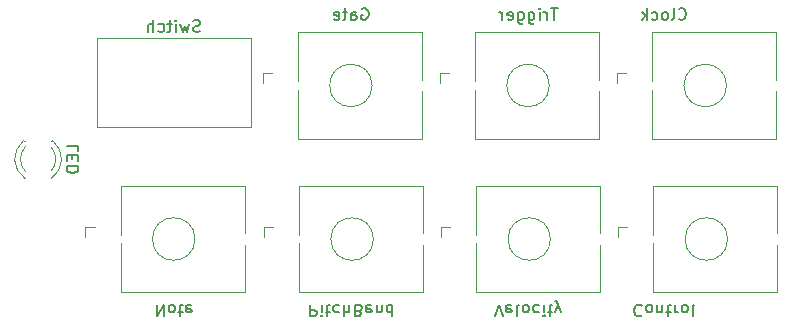
<source format=gbr>
G04 #@! TF.GenerationSoftware,KiCad,Pcbnew,(5.1.4)-1*
G04 #@! TF.CreationDate,2020-09-19T19:50:50+08:00*
G04 #@! TF.ProjectId,Rev2_Panel1,52657632-5f50-4616-9e65-6c312e6b6963,rev?*
G04 #@! TF.SameCoordinates,Original*
G04 #@! TF.FileFunction,Legend,Bot*
G04 #@! TF.FilePolarity,Positive*
%FSLAX46Y46*%
G04 Gerber Fmt 4.6, Leading zero omitted, Abs format (unit mm)*
G04 Created by KiCad (PCBNEW (5.1.4)-1) date 2020-09-19 19:50:50*
%MOMM*%
%LPD*%
G04 APERTURE LIST*
%ADD10C,0.120000*%
%ADD11C,0.150000*%
G04 APERTURE END LIST*
D10*
X158600000Y-88440000D02*
X158600000Y-89300000D01*
X158600000Y-88440000D02*
X159400000Y-88440000D01*
X167880000Y-89500000D02*
G75*
G03X167880000Y-89500000I-1800000J0D01*
G01*
X161580000Y-89150000D02*
X161580000Y-85000000D01*
X161580000Y-94000000D02*
X161580000Y-89850000D01*
X172080000Y-89000000D02*
X172080000Y-85000000D01*
X172080000Y-94000000D02*
X172080000Y-90000000D01*
X161580000Y-94000000D02*
X172080000Y-94000000D01*
X161580000Y-85000000D02*
X172080000Y-85000000D01*
X173500000Y-75440000D02*
X173500000Y-76300000D01*
X173500000Y-75440000D02*
X174300000Y-75440000D01*
X182780000Y-76500000D02*
G75*
G03X182780000Y-76500000I-1800000J0D01*
G01*
X176480000Y-76150000D02*
X176480000Y-72000000D01*
X176480000Y-81000000D02*
X176480000Y-76850000D01*
X186980000Y-76000000D02*
X186980000Y-72000000D01*
X186980000Y-81000000D02*
X186980000Y-77000000D01*
X176480000Y-81000000D02*
X186980000Y-81000000D01*
X176480000Y-72000000D02*
X186980000Y-72000000D01*
X143600000Y-88440000D02*
X143600000Y-89300000D01*
X143600000Y-88440000D02*
X144400000Y-88440000D01*
X152880000Y-89500000D02*
G75*
G03X152880000Y-89500000I-1800000J0D01*
G01*
X146580000Y-89150000D02*
X146580000Y-85000000D01*
X146580000Y-94000000D02*
X146580000Y-89850000D01*
X157080000Y-89000000D02*
X157080000Y-85000000D01*
X157080000Y-94000000D02*
X157080000Y-90000000D01*
X146580000Y-94000000D02*
X157080000Y-94000000D01*
X146580000Y-85000000D02*
X157080000Y-85000000D01*
X142500000Y-80000000D02*
X142500000Y-72500000D01*
X129500000Y-80000000D02*
X142500000Y-80000000D01*
X129500000Y-72500000D02*
X129500000Y-80000000D01*
X142500000Y-72500000D02*
X129500000Y-72500000D01*
X158500000Y-75440000D02*
X158500000Y-76300000D01*
X158500000Y-75440000D02*
X159300000Y-75440000D01*
X167780000Y-76500000D02*
G75*
G03X167780000Y-76500000I-1800000J0D01*
G01*
X161480000Y-76150000D02*
X161480000Y-72000000D01*
X161480000Y-81000000D02*
X161480000Y-76850000D01*
X171980000Y-76000000D02*
X171980000Y-72000000D01*
X171980000Y-81000000D02*
X171980000Y-77000000D01*
X161480000Y-81000000D02*
X171980000Y-81000000D01*
X161480000Y-72000000D02*
X171980000Y-72000000D01*
X143500000Y-75440000D02*
X143500000Y-76300000D01*
X143500000Y-75440000D02*
X144300000Y-75440000D01*
X152780000Y-76500000D02*
G75*
G03X152780000Y-76500000I-1800000J0D01*
G01*
X146480000Y-76150000D02*
X146480000Y-72000000D01*
X146480000Y-81000000D02*
X146480000Y-76850000D01*
X156980000Y-76000000D02*
X156980000Y-72000000D01*
X156980000Y-81000000D02*
X156980000Y-77000000D01*
X146480000Y-81000000D02*
X156980000Y-81000000D01*
X146480000Y-72000000D02*
X156980000Y-72000000D01*
X128500000Y-88440000D02*
X128500000Y-89300000D01*
X128500000Y-88440000D02*
X129300000Y-88440000D01*
X137780000Y-89500000D02*
G75*
G03X137780000Y-89500000I-1800000J0D01*
G01*
X131480000Y-89150000D02*
X131480000Y-85000000D01*
X131480000Y-94000000D02*
X131480000Y-89850000D01*
X141980000Y-89000000D02*
X141980000Y-85000000D01*
X141980000Y-94000000D02*
X141980000Y-90000000D01*
X131480000Y-94000000D02*
X141980000Y-94000000D01*
X131480000Y-85000000D02*
X141980000Y-85000000D01*
X125580000Y-81170000D02*
X125736000Y-81170000D01*
X123264000Y-81170000D02*
X123420000Y-81170000D01*
X125579837Y-83771130D02*
G75*
G03X125580000Y-81689039I-1079837J1041130D01*
G01*
X123420163Y-83771130D02*
G75*
G02X123420000Y-81689039I1079837J1041130D01*
G01*
X125578608Y-84402335D02*
G75*
G03X125735516Y-81170000I-1078608J1672335D01*
G01*
X123421392Y-84402335D02*
G75*
G02X123264484Y-81170000I1078608J1672335D01*
G01*
X173600000Y-88440000D02*
X173600000Y-89300000D01*
X173600000Y-88440000D02*
X174400000Y-88440000D01*
X182880000Y-89500000D02*
G75*
G03X182880000Y-89500000I-1800000J0D01*
G01*
X176580000Y-89150000D02*
X176580000Y-85000000D01*
X176580000Y-94000000D02*
X176580000Y-89850000D01*
X187080000Y-89000000D02*
X187080000Y-85000000D01*
X187080000Y-94000000D02*
X187080000Y-90000000D01*
X176580000Y-94000000D02*
X187080000Y-94000000D01*
X176580000Y-85000000D02*
X187080000Y-85000000D01*
D11*
X163190476Y-96047619D02*
X163523809Y-95047619D01*
X163857142Y-96047619D01*
X164571428Y-95095238D02*
X164476190Y-95047619D01*
X164285714Y-95047619D01*
X164190476Y-95095238D01*
X164142857Y-95190476D01*
X164142857Y-95571428D01*
X164190476Y-95666666D01*
X164285714Y-95714285D01*
X164476190Y-95714285D01*
X164571428Y-95666666D01*
X164619047Y-95571428D01*
X164619047Y-95476190D01*
X164142857Y-95380952D01*
X165190476Y-95047619D02*
X165095238Y-95095238D01*
X165047619Y-95190476D01*
X165047619Y-96047619D01*
X165714285Y-95047619D02*
X165619047Y-95095238D01*
X165571428Y-95142857D01*
X165523809Y-95238095D01*
X165523809Y-95523809D01*
X165571428Y-95619047D01*
X165619047Y-95666666D01*
X165714285Y-95714285D01*
X165857142Y-95714285D01*
X165952380Y-95666666D01*
X166000000Y-95619047D01*
X166047619Y-95523809D01*
X166047619Y-95238095D01*
X166000000Y-95142857D01*
X165952380Y-95095238D01*
X165857142Y-95047619D01*
X165714285Y-95047619D01*
X166904761Y-95095238D02*
X166809523Y-95047619D01*
X166619047Y-95047619D01*
X166523809Y-95095238D01*
X166476190Y-95142857D01*
X166428571Y-95238095D01*
X166428571Y-95523809D01*
X166476190Y-95619047D01*
X166523809Y-95666666D01*
X166619047Y-95714285D01*
X166809523Y-95714285D01*
X166904761Y-95666666D01*
X167333333Y-95047619D02*
X167333333Y-95714285D01*
X167333333Y-96047619D02*
X167285714Y-96000000D01*
X167333333Y-95952380D01*
X167380952Y-96000000D01*
X167333333Y-96047619D01*
X167333333Y-95952380D01*
X167666666Y-95714285D02*
X168047619Y-95714285D01*
X167809523Y-96047619D02*
X167809523Y-95190476D01*
X167857142Y-95095238D01*
X167952380Y-95047619D01*
X168047619Y-95047619D01*
X168285714Y-95714285D02*
X168523809Y-95047619D01*
X168761904Y-95714285D02*
X168523809Y-95047619D01*
X168428571Y-94809523D01*
X168380952Y-94761904D01*
X168285714Y-94714285D01*
X178738095Y-70857142D02*
X178785714Y-70904761D01*
X178928571Y-70952380D01*
X179023809Y-70952380D01*
X179166666Y-70904761D01*
X179261904Y-70809523D01*
X179309523Y-70714285D01*
X179357142Y-70523809D01*
X179357142Y-70380952D01*
X179309523Y-70190476D01*
X179261904Y-70095238D01*
X179166666Y-70000000D01*
X179023809Y-69952380D01*
X178928571Y-69952380D01*
X178785714Y-70000000D01*
X178738095Y-70047619D01*
X178166666Y-70952380D02*
X178261904Y-70904761D01*
X178309523Y-70809523D01*
X178309523Y-69952380D01*
X177642857Y-70952380D02*
X177738095Y-70904761D01*
X177785714Y-70857142D01*
X177833333Y-70761904D01*
X177833333Y-70476190D01*
X177785714Y-70380952D01*
X177738095Y-70333333D01*
X177642857Y-70285714D01*
X177500000Y-70285714D01*
X177404761Y-70333333D01*
X177357142Y-70380952D01*
X177309523Y-70476190D01*
X177309523Y-70761904D01*
X177357142Y-70857142D01*
X177404761Y-70904761D01*
X177500000Y-70952380D01*
X177642857Y-70952380D01*
X176452380Y-70904761D02*
X176547619Y-70952380D01*
X176738095Y-70952380D01*
X176833333Y-70904761D01*
X176880952Y-70857142D01*
X176928571Y-70761904D01*
X176928571Y-70476190D01*
X176880952Y-70380952D01*
X176833333Y-70333333D01*
X176738095Y-70285714D01*
X176547619Y-70285714D01*
X176452380Y-70333333D01*
X176023809Y-70952380D02*
X176023809Y-69952380D01*
X175928571Y-70571428D02*
X175642857Y-70952380D01*
X175642857Y-70285714D02*
X176023809Y-70666666D01*
X147500000Y-95047619D02*
X147500000Y-96047619D01*
X147880952Y-96047619D01*
X147976190Y-96000000D01*
X148023809Y-95952380D01*
X148071428Y-95857142D01*
X148071428Y-95714285D01*
X148023809Y-95619047D01*
X147976190Y-95571428D01*
X147880952Y-95523809D01*
X147500000Y-95523809D01*
X148500000Y-95047619D02*
X148500000Y-95714285D01*
X148500000Y-96047619D02*
X148452380Y-96000000D01*
X148500000Y-95952380D01*
X148547619Y-96000000D01*
X148500000Y-96047619D01*
X148500000Y-95952380D01*
X148833333Y-95714285D02*
X149214285Y-95714285D01*
X148976190Y-96047619D02*
X148976190Y-95190476D01*
X149023809Y-95095238D01*
X149119047Y-95047619D01*
X149214285Y-95047619D01*
X149976190Y-95095238D02*
X149880952Y-95047619D01*
X149690476Y-95047619D01*
X149595238Y-95095238D01*
X149547619Y-95142857D01*
X149500000Y-95238095D01*
X149500000Y-95523809D01*
X149547619Y-95619047D01*
X149595238Y-95666666D01*
X149690476Y-95714285D01*
X149880952Y-95714285D01*
X149976190Y-95666666D01*
X150404761Y-95047619D02*
X150404761Y-96047619D01*
X150833333Y-95047619D02*
X150833333Y-95571428D01*
X150785714Y-95666666D01*
X150690476Y-95714285D01*
X150547619Y-95714285D01*
X150452380Y-95666666D01*
X150404761Y-95619047D01*
X151642857Y-95571428D02*
X151785714Y-95523809D01*
X151833333Y-95476190D01*
X151880952Y-95380952D01*
X151880952Y-95238095D01*
X151833333Y-95142857D01*
X151785714Y-95095238D01*
X151690476Y-95047619D01*
X151309523Y-95047619D01*
X151309523Y-96047619D01*
X151642857Y-96047619D01*
X151738095Y-96000000D01*
X151785714Y-95952380D01*
X151833333Y-95857142D01*
X151833333Y-95761904D01*
X151785714Y-95666666D01*
X151738095Y-95619047D01*
X151642857Y-95571428D01*
X151309523Y-95571428D01*
X152690476Y-95095238D02*
X152595238Y-95047619D01*
X152404761Y-95047619D01*
X152309523Y-95095238D01*
X152261904Y-95190476D01*
X152261904Y-95571428D01*
X152309523Y-95666666D01*
X152404761Y-95714285D01*
X152595238Y-95714285D01*
X152690476Y-95666666D01*
X152738095Y-95571428D01*
X152738095Y-95476190D01*
X152261904Y-95380952D01*
X153166666Y-95714285D02*
X153166666Y-95047619D01*
X153166666Y-95619047D02*
X153214285Y-95666666D01*
X153309523Y-95714285D01*
X153452380Y-95714285D01*
X153547619Y-95666666D01*
X153595238Y-95571428D01*
X153595238Y-95047619D01*
X154500000Y-95047619D02*
X154500000Y-96047619D01*
X154500000Y-95095238D02*
X154404761Y-95047619D01*
X154214285Y-95047619D01*
X154119047Y-95095238D01*
X154071428Y-95142857D01*
X154023809Y-95238095D01*
X154023809Y-95523809D01*
X154071428Y-95619047D01*
X154119047Y-95666666D01*
X154214285Y-95714285D01*
X154404761Y-95714285D01*
X154500000Y-95666666D01*
X138214285Y-71904761D02*
X138071428Y-71952380D01*
X137833333Y-71952380D01*
X137738095Y-71904761D01*
X137690476Y-71857142D01*
X137642857Y-71761904D01*
X137642857Y-71666666D01*
X137690476Y-71571428D01*
X137738095Y-71523809D01*
X137833333Y-71476190D01*
X138023809Y-71428571D01*
X138119047Y-71380952D01*
X138166666Y-71333333D01*
X138214285Y-71238095D01*
X138214285Y-71142857D01*
X138166666Y-71047619D01*
X138119047Y-71000000D01*
X138023809Y-70952380D01*
X137785714Y-70952380D01*
X137642857Y-71000000D01*
X137309523Y-71285714D02*
X137119047Y-71952380D01*
X136928571Y-71476190D01*
X136738095Y-71952380D01*
X136547619Y-71285714D01*
X136166666Y-71952380D02*
X136166666Y-71285714D01*
X136166666Y-70952380D02*
X136214285Y-71000000D01*
X136166666Y-71047619D01*
X136119047Y-71000000D01*
X136166666Y-70952380D01*
X136166666Y-71047619D01*
X135833333Y-71285714D02*
X135452380Y-71285714D01*
X135690476Y-70952380D02*
X135690476Y-71809523D01*
X135642857Y-71904761D01*
X135547619Y-71952380D01*
X135452380Y-71952380D01*
X134690476Y-71904761D02*
X134785714Y-71952380D01*
X134976190Y-71952380D01*
X135071428Y-71904761D01*
X135119047Y-71857142D01*
X135166666Y-71761904D01*
X135166666Y-71476190D01*
X135119047Y-71380952D01*
X135071428Y-71333333D01*
X134976190Y-71285714D01*
X134785714Y-71285714D01*
X134690476Y-71333333D01*
X134261904Y-71952380D02*
X134261904Y-70952380D01*
X133833333Y-71952380D02*
X133833333Y-71428571D01*
X133880952Y-71333333D01*
X133976190Y-71285714D01*
X134119047Y-71285714D01*
X134214285Y-71333333D01*
X134261904Y-71380952D01*
X168476190Y-69952380D02*
X167904761Y-69952380D01*
X168190476Y-70952380D02*
X168190476Y-69952380D01*
X167571428Y-70952380D02*
X167571428Y-70285714D01*
X167571428Y-70476190D02*
X167523809Y-70380952D01*
X167476190Y-70333333D01*
X167380952Y-70285714D01*
X167285714Y-70285714D01*
X166952380Y-70952380D02*
X166952380Y-70285714D01*
X166952380Y-69952380D02*
X167000000Y-70000000D01*
X166952380Y-70047619D01*
X166904761Y-70000000D01*
X166952380Y-69952380D01*
X166952380Y-70047619D01*
X166047619Y-70285714D02*
X166047619Y-71095238D01*
X166095238Y-71190476D01*
X166142857Y-71238095D01*
X166238095Y-71285714D01*
X166380952Y-71285714D01*
X166476190Y-71238095D01*
X166047619Y-70904761D02*
X166142857Y-70952380D01*
X166333333Y-70952380D01*
X166428571Y-70904761D01*
X166476190Y-70857142D01*
X166523809Y-70761904D01*
X166523809Y-70476190D01*
X166476190Y-70380952D01*
X166428571Y-70333333D01*
X166333333Y-70285714D01*
X166142857Y-70285714D01*
X166047619Y-70333333D01*
X165142857Y-70285714D02*
X165142857Y-71095238D01*
X165190476Y-71190476D01*
X165238095Y-71238095D01*
X165333333Y-71285714D01*
X165476190Y-71285714D01*
X165571428Y-71238095D01*
X165142857Y-70904761D02*
X165238095Y-70952380D01*
X165428571Y-70952380D01*
X165523809Y-70904761D01*
X165571428Y-70857142D01*
X165619047Y-70761904D01*
X165619047Y-70476190D01*
X165571428Y-70380952D01*
X165523809Y-70333333D01*
X165428571Y-70285714D01*
X165238095Y-70285714D01*
X165142857Y-70333333D01*
X164285714Y-70904761D02*
X164380952Y-70952380D01*
X164571428Y-70952380D01*
X164666666Y-70904761D01*
X164714285Y-70809523D01*
X164714285Y-70428571D01*
X164666666Y-70333333D01*
X164571428Y-70285714D01*
X164380952Y-70285714D01*
X164285714Y-70333333D01*
X164238095Y-70428571D01*
X164238095Y-70523809D01*
X164714285Y-70619047D01*
X163809523Y-70952380D02*
X163809523Y-70285714D01*
X163809523Y-70476190D02*
X163761904Y-70380952D01*
X163714285Y-70333333D01*
X163619047Y-70285714D01*
X163523809Y-70285714D01*
X151904761Y-70000000D02*
X152000000Y-69952380D01*
X152142857Y-69952380D01*
X152285714Y-70000000D01*
X152380952Y-70095238D01*
X152428571Y-70190476D01*
X152476190Y-70380952D01*
X152476190Y-70523809D01*
X152428571Y-70714285D01*
X152380952Y-70809523D01*
X152285714Y-70904761D01*
X152142857Y-70952380D01*
X152047619Y-70952380D01*
X151904761Y-70904761D01*
X151857142Y-70857142D01*
X151857142Y-70523809D01*
X152047619Y-70523809D01*
X151000000Y-70952380D02*
X151000000Y-70428571D01*
X151047619Y-70333333D01*
X151142857Y-70285714D01*
X151333333Y-70285714D01*
X151428571Y-70333333D01*
X151000000Y-70904761D02*
X151095238Y-70952380D01*
X151333333Y-70952380D01*
X151428571Y-70904761D01*
X151476190Y-70809523D01*
X151476190Y-70714285D01*
X151428571Y-70619047D01*
X151333333Y-70571428D01*
X151095238Y-70571428D01*
X151000000Y-70523809D01*
X150666666Y-70285714D02*
X150285714Y-70285714D01*
X150523809Y-69952380D02*
X150523809Y-70809523D01*
X150476190Y-70904761D01*
X150380952Y-70952380D01*
X150285714Y-70952380D01*
X149571428Y-70904761D02*
X149666666Y-70952380D01*
X149857142Y-70952380D01*
X149952380Y-70904761D01*
X150000000Y-70809523D01*
X150000000Y-70428571D01*
X149952380Y-70333333D01*
X149857142Y-70285714D01*
X149666666Y-70285714D01*
X149571428Y-70333333D01*
X149523809Y-70428571D01*
X149523809Y-70523809D01*
X150000000Y-70619047D01*
X134547619Y-95047619D02*
X134547619Y-96047619D01*
X135119047Y-95047619D01*
X135119047Y-96047619D01*
X135738095Y-95047619D02*
X135642857Y-95095238D01*
X135595238Y-95142857D01*
X135547619Y-95238095D01*
X135547619Y-95523809D01*
X135595238Y-95619047D01*
X135642857Y-95666666D01*
X135738095Y-95714285D01*
X135880952Y-95714285D01*
X135976190Y-95666666D01*
X136023809Y-95619047D01*
X136071428Y-95523809D01*
X136071428Y-95238095D01*
X136023809Y-95142857D01*
X135976190Y-95095238D01*
X135880952Y-95047619D01*
X135738095Y-95047619D01*
X136357142Y-95714285D02*
X136738095Y-95714285D01*
X136500000Y-96047619D02*
X136500000Y-95190476D01*
X136547619Y-95095238D01*
X136642857Y-95047619D01*
X136738095Y-95047619D01*
X137452380Y-95095238D02*
X137357142Y-95047619D01*
X137166666Y-95047619D01*
X137071428Y-95095238D01*
X137023809Y-95190476D01*
X137023809Y-95571428D01*
X137071428Y-95666666D01*
X137166666Y-95714285D01*
X137357142Y-95714285D01*
X137452380Y-95666666D01*
X137500000Y-95571428D01*
X137500000Y-95476190D01*
X137023809Y-95380952D01*
X127912380Y-82087142D02*
X127912380Y-81610952D01*
X126912380Y-81610952D01*
X127388571Y-82420476D02*
X127388571Y-82753809D01*
X127912380Y-82896666D02*
X127912380Y-82420476D01*
X126912380Y-82420476D01*
X126912380Y-82896666D01*
X127912380Y-83325238D02*
X126912380Y-83325238D01*
X126912380Y-83563333D01*
X126960000Y-83706190D01*
X127055238Y-83801428D01*
X127150476Y-83849047D01*
X127340952Y-83896666D01*
X127483809Y-83896666D01*
X127674285Y-83849047D01*
X127769523Y-83801428D01*
X127864761Y-83706190D01*
X127912380Y-83563333D01*
X127912380Y-83325238D01*
X175595238Y-95142857D02*
X175547619Y-95095238D01*
X175404761Y-95047619D01*
X175309523Y-95047619D01*
X175166666Y-95095238D01*
X175071428Y-95190476D01*
X175023809Y-95285714D01*
X174976190Y-95476190D01*
X174976190Y-95619047D01*
X175023809Y-95809523D01*
X175071428Y-95904761D01*
X175166666Y-96000000D01*
X175309523Y-96047619D01*
X175404761Y-96047619D01*
X175547619Y-96000000D01*
X175595238Y-95952380D01*
X176166666Y-95047619D02*
X176071428Y-95095238D01*
X176023809Y-95142857D01*
X175976190Y-95238095D01*
X175976190Y-95523809D01*
X176023809Y-95619047D01*
X176071428Y-95666666D01*
X176166666Y-95714285D01*
X176309523Y-95714285D01*
X176404761Y-95666666D01*
X176452380Y-95619047D01*
X176500000Y-95523809D01*
X176500000Y-95238095D01*
X176452380Y-95142857D01*
X176404761Y-95095238D01*
X176309523Y-95047619D01*
X176166666Y-95047619D01*
X176928571Y-95714285D02*
X176928571Y-95047619D01*
X176928571Y-95619047D02*
X176976190Y-95666666D01*
X177071428Y-95714285D01*
X177214285Y-95714285D01*
X177309523Y-95666666D01*
X177357142Y-95571428D01*
X177357142Y-95047619D01*
X177690476Y-95714285D02*
X178071428Y-95714285D01*
X177833333Y-96047619D02*
X177833333Y-95190476D01*
X177880952Y-95095238D01*
X177976190Y-95047619D01*
X178071428Y-95047619D01*
X178404761Y-95047619D02*
X178404761Y-95714285D01*
X178404761Y-95523809D02*
X178452380Y-95619047D01*
X178500000Y-95666666D01*
X178595238Y-95714285D01*
X178690476Y-95714285D01*
X179166666Y-95047619D02*
X179071428Y-95095238D01*
X179023809Y-95142857D01*
X178976190Y-95238095D01*
X178976190Y-95523809D01*
X179023809Y-95619047D01*
X179071428Y-95666666D01*
X179166666Y-95714285D01*
X179309523Y-95714285D01*
X179404761Y-95666666D01*
X179452380Y-95619047D01*
X179500000Y-95523809D01*
X179500000Y-95238095D01*
X179452380Y-95142857D01*
X179404761Y-95095238D01*
X179309523Y-95047619D01*
X179166666Y-95047619D01*
X180071428Y-95047619D02*
X179976190Y-95095238D01*
X179928571Y-95190476D01*
X179928571Y-96047619D01*
M02*

</source>
